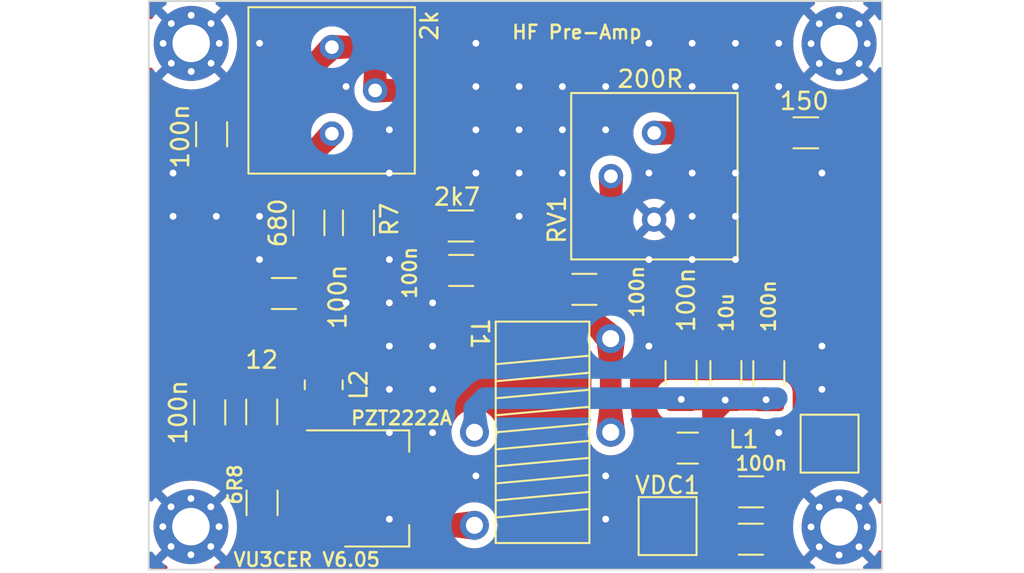
<source format=kicad_pcb>
(kicad_pcb (version 20221018) (generator pcbnew)
  (layers (0 "F.Cu" signal) (31 "B.Cu" signal) (34 "B.Paste" user) (35 "F.Paste" user) (36 "B.SilkS" user "B.Silkscreen") (37 "F.SilkS" user "F.Silkscreen") (38 "B.Mask" user) (39 "F.Mask" user) (44 "Edge.Cuts" user))
  (net 0 "")
  (net 1 "GND")
  (net 2 "Net-(IN1-In)")
  (net 3 "Net-(OUT1-In)")
  (net 4 "+12V")
  (net 5 "Net-(Q1-C)")
  (net 6 "Net-(Q1-B)")
  (net 7 "Net-(Q1-E)")
  (net 8 "Net-(C18-Pad1)")
  (net 9 "Net-(T1-AB)")
  (net 10 "Net-(C19-Pad2)")
  (net 11 "Net-(C25-Pad1)")
  (net 12 "Net-(C35-Pad1)")
  (net 13 "Net-(T1-SA)")
  (net 14 "Net-(C1-Pad2)")
  (footprint "Capacitor_SMD:C_1206_3216Metric_Pad1.33x1.80mm_HandSolder" (layer "F.Cu") (at 103.682064 101.775)
    (fp_text reference "C18" hide)
    (fp_text value "100n" (at -3.0175 0.14 90) (layer "F.SilkS") (effects (font (size 0.8 0.8))))
    (fp_line (start -0.711252 -0.91) (end 0.711252 -0.91) (stroke (width 0.12)) (layer "F.SilkS"))
    (fp_line (start -0.711252 0.91) (end 0.711252 0.91) (stroke (width 0.12)) (layer "F.SilkS"))
    (pad "1" smd roundrect (at -1.5625 0) (size 1.325 1.8) (layers "F.Cu" "F.Paste" "F.Mask") (roundrect_rratio 0.1886792453) (net 8 "Net-(C18-Pad1)"))
    (pad "2" smd roundrect (at 1.5625 0) (size 1.325 1.8) (layers "F.Cu" "F.Paste" "F.Mask") (roundrect_rratio 0.1886792453) (net 9 "Net-(T1-AB)"))
  )
  (footprint "Capacitor_SMD:C_1206_3216Metric_Pad1.33x1.80mm_HandSolder" (layer "F.Cu") (at 120.714564 114.775 180)
    (fp_text reference "C23" hide)
    (fp_text value "100n" (at -0.6 1.67) (layer "F.SilkS") (effects (font (size 0.8 0.8))))
    (fp_line (start -0.711252 -0.91) (end 0.711252 -0.91) (stroke (width 0.12)) (layer "F.SilkS"))
    (fp_line (start -0.711252 0.91) (end 0.711252 0.91) (stroke (width 0.12)) (layer "F.SilkS"))
    (pad "1" smd roundrect (at -1.5625 0 180) (size 1.325 1.8) (layers "F.Cu" "F.Paste" "F.Mask") (roundrect_rratio 0.1886792453) (net 1 "GND"))
    (pad "2" smd roundrect (at 1.5625 0 180) (size 1.325 1.8) (layers "F.Cu" "F.Paste" "F.Mask") (roundrect_rratio 0.1886792453) (net 4 "+12V"))
  )
  (footprint "Resistor_SMD:R_1206_3216Metric_Pad1.30x1.75mm_HandSolder" (layer "F.Cu") (at 103.672064 99.165 180)
    (fp_text reference "R5" hide)
    (fp_text value "2k7" (at 0.23 1.71 180) (layer "F.SilkS"))
    (fp_line (start -0.727064 -0.91) (end 0.727064 -0.91) (stroke (width 0.12)) (layer "F.SilkS"))
    (fp_line (start -0.727064 0.91) (end 0.727064 0.91) (stroke (width 0.12)) (layer "F.SilkS"))
    (pad "1" smd roundrect (at -1.55 0 180) (size 1.3 1.75) (layers "F.Cu" "F.Paste" "F.Mask") (roundrect_rratio 0.1923076923) (net 9 "Net-(T1-AB)"))
    (pad "2" smd roundrect (at 1.55 0 180) (size 1.3 1.75) (layers "F.Cu" "F.Paste" "F.Mask") (roundrect_rratio 0.1923076923) (net 8 "Net-(C18-Pad1)"))
  )
  (footprint "Inductor_SMD:L_1008_2520Metric_Pad1.43x2.20mm_HandSolder" (layer "F.Cu") (at 95.614564 108.4925 -90)
    (fp_text reference "L2" (at 0 -2.05 90) (layer "F.SilkS"))
    (fp_text value "47nH" hide)
    (fp_line (start -0.261252 -1.11) (end 0.261252 -1.11) (stroke (width 0.12)) (layer "F.SilkS"))
    (fp_line (start -0.261252 1.11) (end 0.261252 1.11) (stroke (width 0.12)) (layer "F.SilkS"))
    (pad "1" smd roundrect (at -1.1625 0 270) (size 1.425 2.2) (layers "F.Cu" "F.Paste" "F.Mask") (roundrect_rratio 0.1754392982) (net 14 "Net-(C1-Pad2)"))
    (pad "2" smd roundrect (at 1.1625 0 270) (size 1.425 2.2) (layers "F.Cu" "F.Paste" "F.Mask") (roundrect_rratio 0.1754392982) (net 6 "Net-(Q1-B)"))
  )
  (footprint "footprints:FT50-43 Transformer" (layer "F.Cu") (at 108.464564 119.28 180)
    (fp_text reference "T1" (at 3.69 13.74 270 unlocked) (layer "F.SilkS"))
    (fp_text value "XFMR" hide)
    (fp_line (start -2.75 1.5) (end 2.75 1.5) (stroke (width 0.12)) (layer "F.SilkS"))
    (fp_line (start -2.75 3.5) (end 2.75 3) (stroke (width 0.12)) (layer "F.SilkS"))
    (fp_line (start -2.75 4.5) (end 2.75 4) (stroke (width 0.12)) (layer "F.SilkS"))
    (fp_line (start -2.75 5.5) (end 2.75 5) (stroke (width 0.12)) (layer "F.SilkS"))
    (fp_line (start -2.75 6.5) (end 2.75 6) (stroke (width 0.12)) (layer "F.SilkS"))
    (fp_line (start -2.75 7.5) (end 2.75 7) (stroke (width 0.12)) (layer "F.SilkS"))
    (fp_line (start -2.75 8.5) (end 2.75 8) (stroke (width 0.12)) (layer "F.SilkS"))
    (fp_line (start -2.75 9.5) (end 2.75 9) (stroke (width 0.12)) (layer "F.SilkS"))
    (fp_line (start -2.75 10.5) (end 2.75 10) (stroke (width 0.12)) (layer "F.SilkS"))
    (fp_line (start -2.75 11.5) (end 2.75 11) (stroke (width 0.12)) (layer "F.SilkS"))
    (fp_line (start -2.75 12.5) (end 2.75 12) (stroke (width 0.12)) (layer "F.SilkS"))
    (fp_line (start -2.75 14.5) (end -2.75 1.5) (stroke (width 0.12)) (layer "F.SilkS"))
    (fp_line (start 2.75 1.5) (end 2.75 14.5) (stroke (width 0.12)) (layer "F.SilkS"))
    (fp_line (start 2.75 14.5) (end -2.75 14.5) (stroke (width 0.12)) (layer "F.SilkS"))
    (pad "1" thru_hole circle (at 4 2.54 180) (size 1.7 1.7) (drill 1) (layers "*.Cu" "*.Mask") (net 5 "Net-(Q1-C)"))
    (pad "2" thru_hole circle (at -4 13.5 180) (size 1.7 1.7) (drill 1) (layers "*.Cu" "*.Mask") (net 9 "Net-(T1-AB)"))
    (pad "3" thru_hole circle (at 4 8 180) (size 1.7 1.7) (drill 1) (layers "*.Cu" "*.Mask") (net 13 "Net-(T1-SA)"))
    (pad "4" thru_hole circle (at -4 8 180) (size 1.7 1.7) (drill 1) (layers "*.Cu" "*.Mask") (net 9 "Net-(T1-AB)"))
  )
  (footprint "Capacitor_SMD:C_1206_3216Metric_Pad1.33x1.80mm_HandSolder" (layer "F.Cu") (at 121.747064 107.8125 -90)
    (fp_text reference "C21" hide)
    (fp_text value "100n" (at -3.9425 0.01 90) (layer "F.SilkS") (effects (font (size 0.8 0.8))))
    (fp_line (start -0.711252 -0.91) (end 0.711252 -0.91) (stroke (width 0.12)) (layer "F.SilkS"))
    (fp_line (start -0.711252 0.91) (end 0.711252 0.91) (stroke (width 0.12)) (layer "F.SilkS"))
    (pad "1" smd roundrect (at -1.5625 0 270) (size 1.325 1.8) (layers "F.Cu" "F.Paste" "F.Mask") (roundrect_rratio 0.1886792453) (net 1 "GND"))
    (pad "2" smd roundrect (at 1.5625 0 270) (size 1.325 1.8) (layers "F.Cu" "F.Paste" "F.Mask") (roundrect_rratio 0.1886792453) (net 13 "Net-(T1-SA)"))
  )
  (footprint "Capacitor_SMD:C_1206_3216Metric_Pad1.33x1.80mm_HandSolder" (layer "F.Cu") (at 93.28 103.13)
    (fp_text reference "C1" hide)
    (fp_text value "100n" (at 3.154564 0.195 90) (layer "F.SilkS"))
    (fp_line (start -0.711252 -0.91) (end 0.711252 -0.91) (stroke (width 0.12)) (layer "F.SilkS"))
    (fp_line (start -0.711252 0.91) (end 0.711252 0.91) (stroke (width 0.12)) (layer "F.SilkS"))
    (pad "1" smd roundrect (at -1.5625 0) (size 1.325 1.8) (layers "F.Cu" "F.Paste" "F.Mask") (roundrect_rratio 0.1886792453) (net 2 "Net-(IN1-In)"))
    (pad "2" smd roundrect (at 1.5625 0) (size 1.325 1.8) (layers "F.Cu" "F.Paste" "F.Mask") (roundrect_rratio 0.1886792453) (net 14 "Net-(C1-Pad2)"))
  )
  (footprint "Resistor_SMD:R_1206_3216Metric_Pad1.30x1.75mm_HandSolder" (layer "F.Cu") (at 91.994564 115.425 -90)
    (fp_text reference "R8" hide)
    (fp_text value "6R8" (at -1.08 1.59 90) (layer "F.SilkS") (effects (font (size 0.8 0.8))))
    (fp_line (start -0.727064 -0.91) (end 0.727064 -0.91) (stroke (width 0.12)) (layer "F.SilkS"))
    (fp_line (start -0.727064 0.91) (end 0.727064 0.91) (stroke (width 0.12)) (layer "F.SilkS"))
    (pad "1" smd roundrect (at -1.55 0 270) (size 1.3 1.75) (layers "F.Cu" "F.Paste" "F.Mask") (roundrect_rratio 0.1923076923) (net 10 "Net-(C19-Pad2)"))
    (pad "2" smd roundrect (at 1.55 0 270) (size 1.3 1.75) (layers "F.Cu" "F.Paste" "F.Mask") (roundrect_rratio 0.1923076923) (net 7 "Net-(Q1-E)"))
  )
  (footprint "Inductor_SMD:L_1206_3216Metric_Pad1.42x1.75mm_HandSolder" (layer "F.Cu") (at 116.984564 112.205 180)
    (fp_text reference "L1" (at -3.29 0.51) (layer "F.SilkS"))
    (fp_text value "600 @ 100 MHz" hide)
    (fp_line (start -0.602064 -0.91) (end 0.602064 -0.91) (stroke (width 0.12)) (layer "F.SilkS"))
    (fp_line (start -0.602064 0.91) (end 0.602064 0.91) (stroke (width 0.12)) (layer "F.SilkS"))
    (pad "1" smd roundrect (at -1.4875 0 180) (size 1.425 1.75) (layers "F.Cu" "F.Paste" "F.Mask") (roundrect_rratio 0.1754392982) (net 13 "Net-(T1-SA)"))
    (pad "2" smd roundrect (at 1.4875 0 180) (size 1.425 1.75) (layers "F.Cu" "F.Paste" "F.Mask") (roundrect_rratio 0.1754392982) (net 4 "+12V"))
  )
  (footprint "footprints:SMA_EDGELAUNCH_Modded" (layer "F.Cu") (at 85.918 103.09)
    (fp_text reference "IN1" hide)
    (fp_text value "SMA")
    (pad "1" smd rect (at 2.032 0 90) (size 1.27 4.064) (layers "F.Cu" "F.Mask") (net 2 "Net-(IN1-In)"))
    (pad "2" smd rect (at 2.032 -2.54 90) (size 1.524 4.064) (layers "F.Cu" "F.Mask") (net 1 "GND"))
    (pad "2" smd rect (at 2.032 2.54 90) (size 1.524 4.064) (layers "F.Cu" "F.Mask") (net 1 "GND"))
  )
  (footprint "Capacitor_SMD:C_1206_3216Metric_Pad1.33x1.80mm_HandSolder" (layer "F.Cu") (at 120.694564 117.555 180)
    (fp_text reference "C24" hide)
    (fp_text value "10u" hide)
    (fp_line (start -0.711252 -0.91) (end 0.711252 -0.91) (stroke (width 0.12)) (layer "F.SilkS"))
    (fp_line (start -0.711252 0.91) (end 0.711252 0.91) (stroke (width 0.12)) (layer "F.SilkS"))
    (pad "1" smd roundrect (at -1.5625 0 180) (size 1.325 1.8) (layers "F.Cu" "F.Paste" "F.Mask") (roundrect_rratio 0.1886792453) (net 1 "GND"))
    (pad "2" smd roundrect (at 1.5625 0 180) (size 1.325 1.8) (layers "F.Cu" "F.Paste" "F.Mask") (roundrect_rratio 0.1886792453) (net 4 "+12V"))
  )
  (footprint "Capacitor_SMD:C_1206_3216Metric_Pad1.33x1.80mm_HandSolder" (layer "F.Cu") (at 119.227064 107.805 -90)
    (fp_text reference "C20" hide)
    (fp_text value "10u" (at -3.5625 -0.03 -270) (layer "F.SilkS") (effects (font (size 0.8 0.8))))
    (fp_line (start -0.711252 -0.91) (end 0.711252 -0.91) (stroke (width 0.12)) (layer "F.SilkS"))
    (fp_line (start -0.711252 0.91) (end 0.711252 0.91) (stroke (width 0.12)) (layer "F.SilkS"))
    (pad "1" smd roundrect (at -1.5625 0 270) (size 1.325 1.8) (layers "F.Cu" "F.Paste" "F.Mask") (roundrect_rratio 0.1886792453) (net 1 "GND"))
    (pad "2" smd roundrect (at 1.5625 0 270) (size 1.325 1.8) (layers "F.Cu" "F.Paste" "F.Mask") (roundrect_rratio 0.1886792453) (net 13 "Net-(T1-SA)"))
  )
  (footprint "Resistor_SMD:R_1206_3216Metric_Pad1.30x1.75mm_HandSolder" (layer "F.Cu") (at 97.654564 98.985 90)
    (fp_text reference "R7" (at 0.21 1.82 90) (layer "F.SilkS"))
    (fp_text value "1k" hide)
    (fp_line (start -0.727064 -0.91) (end 0.727064 -0.91) (stroke (width 0.12)) (layer "F.SilkS"))
    (fp_line (start -0.727064 0.91) (end 0.727064 0.91) (stroke (width 0.12)) (layer "F.SilkS"))
    (pad "1" smd roundrect (at -1.55 0 90) (size 1.3 1.75) (layers "F.Cu" "F.Paste" "F.Mask") (roundrect_rratio 0.1923076923) (net 14 "Net-(C1-Pad2)"))
    (pad "2" smd roundrect (at 1.55 0 90) (size 1.3 1.75) (layers "F.Cu" "F.Paste" "F.Mask") (roundrect_rratio 0.1923076923) (net 1 "GND"))
  )
  (footprint "Capacitor_SMD:C_1206_3216Metric_Pad1.33x1.80mm_HandSolder" (layer "F.Cu") (at 116.597064 107.805 -90)
    (fp_text reference "C22" hide)
    (fp_text value "100n" (at -4.3075 -0.3 -270) (layer "F.SilkS"))
    (fp_line (start -0.711252 -0.91) (end 0.711252 -0.91) (stroke (width 0.12)) (layer "F.SilkS"))
    (fp_line (start -0.711252 0.91) (end 0.711252 0.91) (stroke (width 0.12)) (layer "F.SilkS"))
    (pad "1" smd roundrect (at -1.5625 0 270) (size 1.325 1.8) (layers "F.Cu" "F.Paste" "F.Mask") (roundrect_rratio 0.1886792453) (net 1 "GND"))
    (pad "2" smd roundrect (at 1.5625 0 270) (size 1.325 1.8) (layers "F.Cu" "F.Paste" "F.Mask") (roundrect_rratio 0.1886792453) (net 13 "Net-(T1-SA)"))
  )
  (footprint "MountingHole:MountingHole_2.2mm_M2_Pad_Via" (layer "F.Cu") (at 87.834564 88.445)
    (fp_text reference "H1" hide)
    (fp_text value "MountingHole_Pad" hide)
    (pad "1" thru_hole circle (at -1.65 0) (size 0.7 0.7) (drill 0.4) (layers "*.Cu" "*.Mask") (net 1 "GND"))
    (pad "1" thru_hole circle (at -1.166726 -1.166726) (size 0.7 0.7) (drill 0.4) (layers "*.Cu" "*.Mask") (net 1 "GND"))
    (pad "1" thru_hole circle (at -1.166726 1.166726) (size 0.7 0.7) (drill 0.4) (layers "*.Cu" "*.Mask") (net 1 "GND"))
    (pad "1" thru_hole circle (at 0 -1.65) (size 0.7 0.7) (drill 0.4) (layers "*.Cu" "*.Mask") (net 1 "GND"))
    (pad "1" thru_hole circle (at 0 0) (size 4.4 4.4) (drill 2.2) (layers "*.Cu" "*.Mask") (net 1 "GND"))
    (pad "1" thru_hole circle (at 0 1.65) (size 0.7 0.7) (drill 0.4) (layers "*.Cu" "*.Mask") (net 1 "GND"))
    (pad "1" thru_hole circle (at 1.166726 -1.166726) (size 0.7 0.7) (drill 0.4) (layers "*.Cu" "*.Mask") (net 1 "GND"))
    (pad "1" thru_hole circle (at 1.166726 1.166726) (size 0.7 0.7) (drill 0.4) (layers "*.Cu" "*.Mask") (net 1 "GND"))
    (pad "1" thru_hole circle (at 1.65 0) (size 0.7 0.7) (drill 0.4) (layers "*.Cu" "*.Mask") (net 1 "GND"))
  )
  (footprint "Potentiometer_THT:Potentiometer_Bourns_3386P_Vertical" (layer "F.Cu") (at 96.094564 93.745)
    (fp_text reference "RV2" hide)
    (fp_text value "2k" (at 5.73 -6.35 90) (layer "F.SilkS"))
    (fp_line (start -4.9 -7.425) (end -4.9 2.345) (stroke (width 0.12)) (layer "F.SilkS"))
    (fp_line (start -4.9 -7.425) (end 4.87 -7.425) (stroke (width 0.12)) (layer "F.SilkS"))
    (fp_line (start -4.9 2.345) (end 4.87 2.345) (stroke (width 0.12)) (layer "F.SilkS"))
    (fp_line (start 4.87 -7.425) (end 4.87 2.345) (stroke (width 0.12)) (layer "F.SilkS"))
    (pad "1" thru_hole circle (at 0 0) (size 1.44 1.44) (drill 0.8) (layers "*.Cu" "*.Mask") (net 12 "Net-(C35-Pad1)"))
    (pad "2" thru_hole circle (at 2.54 -2.54) (size 1.44 1.44) (drill 0.8) (layers "*.Cu" "*.Mask") (net 8 "Net-(C18-Pad1)"))
    (pad "3" thru_hole circle (at 0 -5.08) (size 1.44 1.44) (drill 0.8) (layers "*.Cu" "*.Mask") (net 8 "Net-(C18-Pad1)"))
  )
  (footprint "Resistor_SMD:R_1206_3216Metric_Pad1.30x1.75mm_HandSolder" (layer "F.Cu") (at 91.974564 110.085 -90)
    (fp_text reference "R9" hide)
    (fp_text value "12" (at -3.06 0 -180) (layer "F.SilkS"))
    (fp_line (start -0.727064 -0.91) (end 0.727064 -0.91) (stroke (width 0.12)) (layer "F.SilkS"))
    (fp_line (start -0.727064 0.91) (end 0.727064 0.91) (stroke (width 0.12)) (layer "F.SilkS"))
    (pad "1" smd roundrect (at -1.55 0 270) (size 1.3 1.75) (layers "F.Cu" "F.Paste" "F.Mask") (roundrect_rratio 0.1923076923) (net 1 "GND"))
    (pad "2" smd roundrect (at 1.55 0 270) (size 1.3 1.75) (layers "F.Cu" "F.Paste" "F.Mask") (roundrect_rratio 0.1923076923) (net 10 "Net-(C19-Pad2)"))
  )
  (footprint "Capacitor_SMD:C_1206_3216Metric_Pad1.33x1.80mm_HandSolder" (layer "F.Cu") (at 88.924564 110.105 -90)
    (fp_text reference "C19" hide)
    (fp_text value "100n" (at 0 1.85 90) (layer "F.SilkS"))
    (fp_line (start -0.711252 -0.91) (end 0.711252 -0.91) (stroke (width 0.12)) (layer "F.SilkS"))
    (fp_line (start -0.711252 0.91) (end 0.711252 0.91) (stroke (width 0.12)) (layer "F.SilkS"))
    (pad "1" smd roundrect (at -1.5625 0 270) (size 1.325 1.8) (layers "F.Cu" "F.Paste" "F.Mask") (roundrect_rratio 0.1886792453) (net 1 "GND"))
    (pad "2" smd roundrect (at 1.5625 0 270) (size 1.325 1.8) (layers "F.Cu" "F.Paste" "F.Mask") (roundrect_rratio 0.1886792453) (net 10 "Net-(C19-Pad2)"))
  )
  (footprint "Package_TO_SOT_SMD:SOT-223-3_TabPin2" (layer "F.Cu") (at 98.724564 114.575)
    (fp_text reference "Q1" hide)
    (fp_text value "PZT2222A" (at 1.46 -4.13) (layer "F.SilkS") (effects (font (size 0.8 0.8))))
    (fp_line (start -4.1 -3.41) (end 1.91 -3.41) (stroke (width 0.12)) (layer "F.SilkS"))
    (fp_line (start -1.85 3.41) (end 1.91 3.41) (stroke (width 0.12)) (layer "F.SilkS"))
    (fp_line (start 1.91 -3.41) (end 1.91 -2.15) (stroke (width 0.12)) (layer "F.SilkS"))
    (fp_line (start 1.91 3.41) (end 1.91 2.15) (stroke (width 0.12)) (layer "F.SilkS"))
    (pad "1" smd rect (at -3.15 -2.3) (size 2 1.5) (layers "F.Cu" "F.Paste" "F.Mask") (net 6 "Net-(Q1-B)"))
    (pad "2" smd rect (at -3.15 0) (size 2 1.5) (layers "F.Cu" "F.Paste" "F.Mask") (net 5 "Net-(Q1-C)"))
    (pad "2" smd rect (at 3.15 0) (size 2 3.8) (layers "F.Cu" "F.Paste" "F.Mask") (net 5 "Net-(Q1-C)"))
    (pad "3" smd rect (at -3.15 2.3) (size 2 1.5) (layers "F.Cu" "F.Paste" "F.Mask") (net 7 "Net-(Q1-E)"))
  )
  (footprint "Resistor_SMD:R_1206_3216Metric_Pad1.30x1.75mm_HandSolder" (layer "F.Cu") (at 123.924564 93.695 180)
    (fp_text reference "R1" hide)
    (fp_text value "150" (at 0.09 1.86) (layer "F.SilkS"))
    (fp_line (start -0.727064 -0.91) (end 0.727064 -0.91) (stroke (width 0.12)) (layer "F.SilkS"))
    (fp_line (start -0.727064 0.91) (end 0.727064 0.91) (stroke (width 0.12)) (layer "F.SilkS"))
    (pad "1" smd roundrect (at -1.55 0 180) (size 1.3 1.75) (layers "F.Cu" "F.Paste" "F.Mask") (roundrect_rratio 0.1923076923) (net 1 "GND"))
    (pad "2" smd roundrect (at 1.55 0 180) (size 1.3 1.75) (layers "F.Cu" "F.Paste" "F.Mask") (roundrect_rratio 0.1923076923) (net 3 "Net-(OUT1-In)"))
  )
  (footprint "Capacitor_SMD:C_1206_3216Metric_Pad1.33x1.80mm_HandSolder" (layer "F.Cu") (at 89.034564 93.7775 90)
    (fp_text reference "C35" hide)
    (fp_text value "100n" (at -0.1275 -1.84 90) (layer "F.SilkS"))
    (fp_line (start -0.711252 -0.91) (end 0.711252 -0.91) (stroke (width 0.12)) (layer "F.SilkS"))
    (fp_line (start -0.711252 0.91) (end 0.711252 0.91) (stroke (width 0.12)) (layer "F.SilkS"))
    (pad "1" smd roundrect (at -1.5625 0 90) (size 1.325 1.8) (layers "F.Cu" "F.Paste" "F.Mask") (roundrect_rratio 0.1886792453) (net 12 "Net-(C35-Pad1)"))
    (pad "2" smd roundrect (at 1.5625 0 90) (size 1.325 1.8) (layers "F.Cu" "F.Paste" "F.Mask") (roundrect_rratio 0.1886792453) (net 8 "Net-(C18-Pad1)"))
  )
  (footprint "Capacitor_SMD:C_1206_3216Metric_Pad1.33x1.80mm_HandSolder" (layer "F.Cu") (at 110.922064 102.885 180)
    (fp_text reference "C25" hide)
    (fp_text value "100n" (at -3.0825 -0.14 90) (layer "F.SilkS") (effects (font (size 0.8 0.8))))
    (fp_line (start -0.711252 -0.91) (end 0.711252 -0.91) (stroke (width 0.12)) (layer "F.SilkS"))
    (fp_line (start -0.711252 0.91) (end 0.711252 0.91) (stroke (width 0.12)) (layer "F.SilkS"))
    (pad "1" smd roundrect (at -1.5625 0 180) (size 1.325 1.8) (layers "F.Cu" "F.Paste" "F.Mask") (roundrect_rratio 0.1886792453) (net 11 "Net-(C25-Pad1)"))
    (pad "2" smd roundrect (at 1.5625 0 180) (size 1.325 1.8) (layers "F.Cu" "F.Paste" "F.Mask") (roundrect_rratio 0.1886792453) (net 9 "Net-(T1-AB)"))
  )
  (footprint "MountingHole:MountingHole_2.2mm_M2_Pad_Via" (layer "F.Cu") (at 125.877838 88.458274)
    (fp_text reference "H2" hide)
    (fp_text value "MountingHole_Pad" hide)
    (pad "1" thru_hole circle (at -1.65 0) (size 0.7 0.7) (drill 0.4) (layers "*.Cu" "*.Mask") (net 1 "GND"))
    (pad "1" thru_hole circle (at -1.166726 -1.166726) (size 0.7 0.7) (drill 0.4) (layers "*.Cu" "*.Mask") (net 1 "GND"))
    (pad "1" thru_hole circle (at -1.166726 1.166726) (size 0.7 0.7) (drill 0.4) (layers "*.Cu" "*.Mask") (net 1 "GND"))
    (pad "1" thru_hole circle (at 0 -1.65) (size 0.7 0.7) (drill 0.4) (layers "*.Cu" "*.Mask") (net 1 "GND"))
    (pad "1" thru_hole circle (at 0 0) (size 4.4 4.4) (drill 2.2) (layers "*.Cu" "*.Mask") (net 1 "GND"))
    (pad "1" thru_hole circle (at 0 1.65) (size 0.7 0.7) (drill 0.4) (layers "*.Cu" "*.Mask") (net 1 "GND"))
    (pad "1" thru_hole circle (at 1.166726 -1.166726) (size 0.7 0.7) (drill 0.4) (layers "*.Cu" "*.Mask") (net 1 "GND"))
    (pad "1" thru_hole circle (at 1.166726 1.166726) (size 0.7 0.7) (drill 0.4) (layers "*.Cu" "*.Mask") (net 1 "GND"))
    (pad "1" thru_hole circle (at 1.65 0) (size 0.7 0.7) (drill 0.4) (layers "*.Cu" "*.Mask") (net 1 "GND"))
  )
  (footprint "TestPoint:TestPoint_Pad_3.0x3.0mm" (layer "F.Cu") (at 115.804564 116.785)
    (fp_text reference "VDC1" (at 0 -2.398) (layer "F.SilkS"))
    (fp_text value "Conn_01x01" hide)
    (fp_line (start -1.7 -1.7) (end 1.7 -1.7) (stroke (width 0.12)) (layer "F.SilkS"))
    (fp_line (start -1.7 1.7) (end -1.7 -1.7) (stroke (width 0.12)) (layer "F.SilkS"))
    (fp_line (start 1.7 -1.7) (end 1.7 1.7) (stroke (width 0.12)) (layer "F.SilkS"))
    (fp_line (start 1.7 1.7) (end -1.7 1.7) (stroke (width 0.12)) (layer "F.SilkS"))
    (pad "1" smd rect (at 0 0) (size 3 3) (layers "F.Cu" "F.Mask") (net 4 "+12V"))
  )
  (footprint "Potentiometer_THT:Potentiometer_Bourns_3386P_Vertical" (layer "F.Cu") (at 115.014564 93.704 180)
    (fp_text reference "RV1" (at 5.7 -5.091 90) (layer "F.SilkS"))
    (fp_text value "200R" hide)
    (fp_line (start -4.9 -7.425) (end -4.9 2.345) (stroke (width 0.12)) (layer "F.SilkS"))
    (fp_line (start -4.9 -7.425) (end 4.87 -7.425) (stroke (width 0.12)) (layer "F.SilkS"))
    (fp_line (start -4.9 2.345) (end 4.87 2.345) (stroke (width 0.12)) (layer "F.SilkS"))
    (fp_line (start 4.87 -7.425) (end 4.87 2.345) (stroke (width 0.12)) (layer "F.SilkS"))
    (pad "1" thru_hole circle (at 0 0 180) (size 1.44 1.44) (drill 0.8) (layers "*.Cu" "*.Mask") (net 3 "Net-(OUT1-In)"))
    (pad "2" thru_hole circle (at 2.54 -2.54 180) (size 1.44 1.44) (drill 0.8) (layers "*.Cu" "*.Mask") (net 11 "Net-(C25-Pad1)"))
    (pad "3" thru_hole circle (at 0 -5.08 180) (size 1.44 1.44) (drill 0.8) (layers "*.Cu" "*.Mask") (net 1 "GND"))
  )
  (footprint "MountingHole:MountingHole_2.2mm_M2_Pad_Via" (layer "F.Cu") (at 87.817838 116.818274)
    (fp_text reference "H3" hide)
    (fp_text value "MountingHole_Pad" hide)
    (pad "1" thru_hole circle (at -1.65 0) (size 0.7 0.7) (drill 0.4) (layers "*.Cu" "*.Mask") (net 1 "GND"))
    (pad "1" thru_hole circle (at -1.166726 -1.166726) (size 0.7 0.7) (drill 0.4) (layers "*.Cu" "*.Mask") (net 1 "GND"))
    (pad "1" thru_hole circle (at -1.166726 1.166726) (size 0.7 0.7) (drill 0.4) (layers "*.Cu" "*.Mask") (net 1 "GND"))
    (pad "1" thru_hole circle (at 0 -1.65) (size 0.7 0.7) (drill 0.4) (layers "*.Cu" "*.Mask") (net 1 "GND"))
    (pad "1" thru_hole circle (at 0 0) (size 4.4 4.4) (drill 2.2) (layers "*.Cu" "*.Mask") (net 1 "GND"))
    (pad "1" thru_hole circle (at 0 1.65) (size 0.7 0.7) (drill 0.4) (layers "*.Cu" "*.Mask") (net 1 "GND"))
    (pad "1" thru_hole circle (at 1.166726 -1.166726) (size 0.7 0.7) (drill 0.4) (layers "*.Cu" "*.Mask") (net 1 "GND"))
    (pad "1" thru_hole circle (at 1.166726 1.166726) (size 0.7 0.7) (drill 0.4) (layers "*.Cu" "*.Mask") (net 1 "GND"))
    (pad "1" thru_hole circle (at 1.65 0) (size 0.7 0.7) (drill 0.4) (layers "*.Cu" "*.Mask") (net 1 "GND"))
  )
  (footprint "TestPoint:TestPoint_Pad_3.0x3.0mm" (layer "F.Cu") (at 125.314564 111.945)
    (fp_text reference "GND1" hide)
    (fp_text value "Conn_01x01" hide)
    (fp_line (start -1.7 -1.7) (end 1.7 -1.7) (stroke (width 0.12)) (layer "F.SilkS"))
    (fp_line (start -1.7 1.7) (end -1.7 -1.7) (stroke (width 0.12)) (layer "F.SilkS"))
    (fp_line (start 1.7 -1.7) (end 1.7 1.7) (stroke (width 0.12)) (layer "F.SilkS"))
    (fp_line (start 1.7 1.7) (end -1.7 1.7) (stroke (width 0.12)) (layer "F.SilkS"))
    (pad "1" smd rect (at 0 0) (size 3 3) (layers "F.Cu" "F.Mask") (net 1 "GND"))
  )
  (footprint "Resistor_SMD:R_1206_3216Metric_Pad1.30x1.75mm_HandSolder" (layer "F.Cu") (at 94.744564 98.985 -90)
    (fp_text reference "R6" hide)
    (fp_text value "680" (at 0 1.82 90) (layer "F.SilkS"))
    (fp_line (start -0.727064 -0.91) (end 0.727064 -0.91) (stroke (width 0.12)) (layer "F.SilkS"))
    (fp_line (start -0.727064 0.91) (end 0.727064 0.91) (stroke (width 0.12)) (layer "F.SilkS"))
    (pad "1" smd roundrect (at -1.55 0 270) (size 1.3 1.75) (layers "F.Cu" "F.Paste" "F.Mask") (roundrect_rratio 0.1923076923) (net 12 "Net-(C35-Pad1)"))
    (pad "2" smd roundrect (at 1.55 0 270) (size 1.3 1.75) (layers "F.Cu" "F.Paste" "F.Mask") (roundrect_rratio 0.1923076923) (net 14 "Net-(C1-Pad2)"))
  )
  (footprint "footprints:SMA_EDGELAUNCH_Modded" (layer "F.Cu") (at 127.444564 101.345 180)
    (fp_text reference "OUT1" hide)
    (fp_text value "SMA" hide)
    (pad "1" smd rect (at 2.032 0 270) (size 1.27 4.064) (layers "F.Cu" "F.Mask") (net 3 "Net-(OUT1-In)"))
    (pad "2" smd rect (at 2.032 -2.54 270) (size 1.524 4.064) (layers "F.Cu" "F.Mask") (net 1 "GND"))
    (pad "2" smd rect (at 2.032 2.54 270) (size 1.524 4.064) (layers "F.Cu" "F.Mask") (net 1 "GND"))
  )
  (footprint "MountingHole:MountingHole_2.2mm_M2_Pad_Via" (layer "F.Cu") (at 125.874564 116.835)
    (fp_text reference "H4" hide)
    (fp_text value "MountingHole_Pad" hide)
    (pad "1" thru_hole circle (at -1.65 0) (size 0.7 0.7) (drill 0.4) (layers "*.Cu" "*.Mask") (net 1 "GND"))
    (pad "1" thru_hole circle (at -1.166726 -1.166726) (size 0.7 0.7) (drill 0.4) (layers "*.Cu" "*.Mask") (net 1 "GND"))
    (pad "1" thru_hole circle (at -1.166726 1.166726) (size 0.7 0.7) (drill 0.4) (layers "*.Cu" "*.Mask") (net 1 "GND"))
    (pad "1" thru_hole circle (at 0 -1.65) (size 0.7 0.7) (drill 0.4) (layers "*.Cu" "*.Mask") (net 1 "GND"))
    (pad "1" thru_hole circle (at 0 0) (size 4.4 4.4) (drill 2.2) (layers "*.Cu" "*.Mask") (net 1 "GND"))
    (pad "1" thru_hole circle (at 0 1.65) (size 0.7 0.7) (drill 0.4) (layers "*.Cu" "*.Mask") (net 1 "GND"))
    (pad "1" thru_hole circle (at 1.166726 -1.166726) (size 0.7 0.7) (drill 0.4) (layers "*.Cu" "*.Mask") (net 1 "GND"))
    (pad "1" thru_hole circle (at 1.166726 1.166726) (size 0.7 0.7) (drill 0.4) (layers "*.Cu" "*.Mask") (net 1 "GND"))
    (pad "1" thru_hole circle (at 1.65 0) (size 0.7 0.7) (drill 0.4) (layers "*.Cu" "*.Mask") (net 1 "GND"))
  )
  (gr_rect (start 85.344 85.963) (end 128.3986 119.338) (stroke (width 0.1)) (fill none) (layer "Edge.Cuts"))
  (gr_text "200R" (at 114.794564 90.535) (layer "F.SilkS") (effects (font (size 1 1))))
  (gr_text "HF Pre-Amp" (at 106.594564 88.255) (layer "F.SilkS") (effects (font (size 0.8 0.8)) (justify left bottom)))
  (gr_text "VU3CER V6.05" (at 90.234564 119.225) (layer "F.SilkS") (effects (font (size 0.8 0.8) (thickness 0.15) bold) (justify left bottom)))
  (via (at 102.0089 103.677) (size 0.8) (drill 0.4) (layers "F.Cu" "B.Cu") (net 1))
  (via (at 117.2489 98.597) (size 0.8) (drill 0.4) (layers "F.Cu" "B.Cu") (net 1))
  (via (at 114.7089 106.217) (size 0.8) (drill 0.4) (layers "F.Cu" "B.Cu") (net 1))
  (via (at 117.2489 88.437) (size 0.8) (drill 0.4) (layers "F.Cu" "B.Cu") (net 1))
  (via (at 102.0089 111.297) (size 0.8) (drill 0.4) (layers "F.Cu" "B.Cu") (net 1))
  (via (at 104.5489 90.977) (size 0.8) (drill 0.4) (layers "F.Cu" "B.Cu") (net 1))
  (via (at 112.1689 116.377) (size 0.8) (drill 0.4) (layers "F.Cu" "B.Cu") (net 1))
  (via (at 124.8689 106.217) (size 0.8) (drill 0.4) (layers "F.Cu" "B.Cu") (net 1))
  (via (at 124.8689 108.757) (size 0.8) (drill 0.4) (layers "F.Cu" "B.Cu") (net 1))
  (via (at 99.4689 108.757) (size 0.8) (drill 0.4) (layers "F.Cu" "B.Cu") (net 1))
  (via (at 119.7889 88.437) (size 0.8) (drill 0.4) (layers "F.Cu" "B.Cu") (net 1))
  (via (at 107.0889 90.977) (size 0.8) (drill 0.4) (layers "F.Cu" "B.Cu") (net 1))
  (via (at 99.4689 96.057) (size 0.8) (drill 0.4) (layers "F.Cu" "B.Cu") (net 1))
  (via (at 109.6289 93.517) (size 0.8) (drill 0.4) (layers "F.Cu" "B.Cu") (net 1))
  (via (at 91.8489 88.437) (size 0.8) (drill 0.4) (layers "F.Cu" "B.Cu") (net 1))
  (via (at 86.7689 98.597) (size 0.8) (drill 0.4) (layers "F.Cu" "B.Cu") (net 1))
  (via (at 86.7689 96.057) (size 0.8) (drill 0.4) (layers "F.Cu" "B.Cu") (net 1))
  (via (at 109.6289 90.977) (size 0.8) (drill 0.4) (layers "F.Cu" "B.Cu") (net 1))
  (via (at 104.5489 88.437) (size 0.8) (drill 0.4) (layers "F.Cu" "B.Cu") (net 1))
  (via (at 107.0889 98.597) (size 0.8) (drill 0.4) (layers "F.Cu" "B.Cu") (net 1))
  (via (at 119.7889 101.137) (size 0.8) (drill 0.4) (layers "F.Cu" "B.Cu") (net 1))
  (via (at 104.5489 93.517) (size 0.8) (drill 0.4) (layers "F.Cu" "B.Cu") (net 1))
  (via (at 117.2489 101.137) (size 0.8) (drill 0.4) (layers "F.Cu" "B.Cu") (net 1))
  (via (at 96.9289 103.677) (size 0.8) (drill 0.4) (layers "F.Cu" "B.Cu") (net 1))
  (via (at 96.9289 90.977) (size 0.8) (drill 0.4) (layers "F.Cu" "B.Cu") (net 1))
  (via (at 114.7089 101.137) (size 0.8) (drill 0.4) (layers "F.Cu" "B.Cu") (net 1))
  (via (at 109.6289 96.057) (size 0.8) (drill 0.4) (layers "F.Cu" "B.Cu") (net 1))
  (via (at 107.0889 96.057) (size 0.8) (drill 0.4) (layers "F.Cu" "B.Cu") (net 1))
  (via (at 99.4689 116.377) (size 0.8) (drill 0.4) (layers "F.Cu" "B.Cu") (net 1))
  (via (at 99.4689 93.517) (size 0.8) (drill 0.4) (layers "F.Cu" "B.Cu") (net 1))
  (via (at 114.7089 88.437) (size 0.8) (drill 0.4) (layers "F.Cu" "B.Cu") (net 1))
  (via (at 91.8489 98.597) (size 0.8) (drill 0.4) (layers "F.Cu" "B.Cu") (net 1))
  (via (at 104.5489 113.837) (size 0.8) (drill 0.4) (layers "F.Cu" "B.Cu") (net 1))
  (via (at 99.4689 101.137) (size 0.8) (drill 0.4) (layers "F.Cu" "B.Cu") (net 1))
  (via (at 112.1689 113.837) (size 0.8) (drill 0.4) (layers "F.Cu" "B.Cu") (net 1))
  (via (at 104.5489 96.057) (size 0.8) (drill 0.4) (layers "F.Cu" "B.Cu") (net 1))
  (via (at 117.2489 90.977) (size 0.8) (drill 0.4) (layers "F.Cu" "B.Cu") (net 1))
  (via (at 122.3289 111.297) (size 0.8) (drill 0.4) (layers "F.Cu" "B.Cu") (net 1))
  (via (at 112.1689 90.977) (size 0.8) (drill 0.4) (layers "F.Cu" "B.Cu") (net 1))
  (via (at 102.0089 108.757) (size 0.8) (drill 0.4) (layers "F.Cu" "B.Cu") (net 1))
  (via (at 107.0889 93.517) (size 0.8) (drill 0.4) (layers "F.Cu" "B.Cu") (net 1))
  (via (at 99.4689 111.297) (size 0.8) (drill 0.4) (layers "F.Cu" "B.Cu") (net 1))
  (via (at 99.4689 106.217) (size 0.8) (drill 0.4) (layers "F.Cu" "B.Cu") (net 1))
  (via (at 119.7889 96.057) (size 0.8) (drill 0.4) (layers "F.Cu" "B.Cu") (net 1))
  (via (at 99.4689 103.677) (size 0.8) (drill 0.4) (layers "F.Cu" "B.Cu") (net 1))
  (via (at 117.2489 96.057) (size 0.8) (drill 0.4) (layers "F.Cu" "B.Cu") (net 1))
  (via (at 124.8689 96.057) (size 0.8) (drill 0.4) (layers "F.Cu" "B.Cu") (net 1))
  (via (at 122.3289 88.437) (size 0.8) (drill 0.4) (layers "F.Cu" "B.Cu") (net 1))
  (via (at 119.7889 98.597) (size 0.8) (drill 0.4) (layers "F.Cu" "B.Cu") (net 1))
  (via (at 112.1689 93.517) (size 0.8) (drill 0.4) (layers "F.Cu" "B.Cu") (net 1))
  (via (at 119.7889 90.977) (size 0.8) (drill 0.4) (layers "F.Cu" "B.Cu") (net 1))
  (via (at 122.3289 90.977) (size 0.8) (drill 0.4) (layers "F.Cu" "B.Cu") (net 1))
  (via (at 102.0089 106.217) (size 0.8) (drill 0.4) (layers "F.Cu" "B.Cu") (net 1))
  (via (at 91.8489 101.137) (size 0.8) (drill 0.4) (layers "F.Cu" "B.Cu") (net 1))
  (via (at 89.3089 98.597) (size 0.8) (drill 0.4) (layers "F.Cu" "B.Cu") (net 1))
  (via (at 114.7089 96.057) (size 0.8) (drill 0.4) (layers "F.Cu" "B.Cu") (net 1))
  (segment (start 91.7175 103.13) (end 87.99 103.13) (width 1.27) (layer "F.Cu") (net 2))
  (segment (start 87.99 103.13) (end 87.95 103.09) (width 1.27) (layer "F.Cu") (net 2))
  (segment (start 115.014564 93.705) (end 122.364564 93.705) (width 1.27) (layer "F.Cu") (net 3))
  (segment (start 122.374564 100.875) (end 122.844564 101.345) (width 1.27) (layer "F.Cu") (net 3))
  (segment (start 122.374564 93.695) (end 122.374564 100.875) (width 1.27) (layer "F.Cu") (net 3))
  (segment (start 122.844564 101.345) (end 125.412564 101.345) (width 1.27) (layer "F.Cu") (net 3))
  (segment (start 119.132064 117.555) (end 116.574564 117.555) (width 1.27) (layer "F.Cu") (net 4))
  (segment (start 115.514564 116.495) (end 115.514564 112.2225) (width 1.27) (layer "F.Cu") (net 4))
  (segment (start 119.152064 114.775) (end 119.152064 117.535) (width 1.27) (layer "F.Cu") (net 4))
  (segment (start 101.89 115.950436) (end 102.679564 116.74) (width 1.27) (layer "F.Cu") (net 5))
  (segment (start 95.574564 114.575) (end 101.874564 114.575) (width 1.27) (layer "F.Cu") (net 5))
  (segment (start 102.679564 116.74) (end 104.464564 116.74) (width 1.27) (layer "F.Cu") (net 5))
  (segment (start 95.574564 112.275) (end 95.574564 109.695) (width 1.27) (layer "F.Cu") (net 6))
  (segment (start 92.114564 116.855) (end 95.074564 116.855) (width 1.27) (layer "F.Cu") (net 7))
  (segment (start 91.994564 116.975) (end 92.114564 116.855) (width 1.27) (layer "F.Cu") (net 7))
  (segment (start 98.634564 88.975) (end 98.634564 91.205) (width 1.27) (layer "F.Cu") (net 8))
  (segment (start 98.634564 91.205) (end 101.864564 91.205) (width 1.27) (layer "F.Cu") (net 8))
  (segment (start 98.324564 88.665) (end 98.634564 88.975) (width 1.27) (layer "F.Cu") (net 8))
  (segment (start 102.119564 91.46) (end 102.119564 101.775) (width 1.27) (layer "F.Cu") (net 8))
  (segment (start 92.544564 92.215) (end 96.094564 88.665) (width 1.27) (layer "F.Cu") (net 8))
  (segment (start 101.864564 91.205) (end 102.119564 91.46) (width 1.27) (layer "F.Cu") (net 8))
  (segment (start 96.094564 88.665) (end 98.324564 88.665) (width 1.27) (layer "F.Cu") (net 8))
  (segment (start 89.034564 92.215) (end 92.544564 92.215) (width 1.27) (layer "F.Cu") (net 8))
  (segment (start 109.379564 102.695) (end 112.464564 105.78) (width 1.27) (layer "F.Cu") (net 9))
  (segment (start 112.464564 111.28) (end 112.464564 105.78) (width 1.27) (layer "F.Cu") (net 9))
  (segment (start 105.244564 99.1875) (end 105.222064 99.165) (width 1.27) (layer "F.Cu") (net 9))
  (segment (start 105.244564 101.775) (end 105.244564 99.1875) (width 1.27) (layer "F.Cu") (net 9))
  (segment (start 109.359564 102.885) (end 106.354564 102.885) (width 1.27) (layer "F.Cu") (net 9))
  (segment (start 106.354564 102.885) (end 105.244564 101.775) (width 1.27) (layer "F.Cu") (net 9))
  (segment (start 91.974564 111.635) (end 91.974564 113.855) (width 1.27) (layer "F.Cu") (net 10))
  (segment (start 91.942064 111.6675) (end 91.974564 111.635) (width 1.27) (layer "F.Cu") (net 10))
  (segment (start 91.974564 113.855) (end 91.994564 113.875) (width 1.27) (layer "F.Cu") (net 10))
  (segment (start 88.924564 111.6675) (end 91.942064 111.6675) (width 1.27) (layer "F.Cu") (net 10))
  (segment (start 112.484564 102.885) (end 112.484564 96.255) (width 1.27) (layer "F.Cu") (net 11))
  (segment (start 94.744564 97.435) (end 94.744564 95.095) (width 1.27) (layer "F.Cu") (net 12))
  (segment (start 94.499564 95.34) (end 94.744564 95.095) (width 1.27) (layer "F.Cu") (net 12))
  (segment (start 94.744564 95.095) (end 96.094564 93.745) (width 1.27) (layer "F.Cu") (net 12))
  (segment (start 89.034564 95.34) (end 94.499564 95.34) (width 1.27) (layer "F.Cu") (net 12))
  (segment (start 119.227064 109.3675) (end 121.584564 109.3675) (width 1.27) (layer "F.Cu") (net 13))
  (segment (start 118.472064 112.205) (end 118.472064 110.1225) (width 1.27) (layer "F.Cu") (net 13))
  (segment (start 118.472064 110.1225) (end 119.227064 109.3675) (width 1.27) (layer "F.Cu") (net 13))
  (segment (start 116.607064 109.345) (end 119.227064 109.3675) (width 1.27) (layer "F.Cu") (net 13))
  (via (at 121.587064 109.365) (size 0.8) (drill 0.4) (layers "F.Cu" "B.Cu") (net 13))
  (via (at 116.607064 109.345) (size 0.8) (drill 0.4) (layers "F.Cu" "B.Cu") (net 13))
  (via (at 119.187064 109.385) (size 0.8) (drill 0.4) (layers "F.Cu" "B.Cu") (net 13))
  (segment (start 115.064564 109.275) (end 121.497064 109.275) (width 1.27) (layer "B.Cu") (net 13))
  (segment (start 115.064564 109.275) (end 122.214564 109.275) (width 1.27) (layer "B.Cu") (net 13))
  (segment (start 105.074564 109.275) (end 115.064564 109.275) (width 1.27) (layer "B.Cu") (net 13))
  (segment (start 121.497064 109.275) (end 121.587064 109.365) (width 1.27) (layer "B.Cu") (net 13))
  (segment (start 104.464564 109.885) (end 105.074564 109.275) (width 1.27) (layer "B.Cu") (net 13))
  (segment (start 104.464564 111.28) (end 104.464564 109.885) (width 1.27) (layer "B.Cu") (net 13))
  (segment (start 94.744564 100.535) (end 97.654564 100.535) (width 1.27) (layer "F.Cu") (net 14))
  (segment (start 94.8425 103.13) (end 94.8425 106.557936) (width 1.27) (layer "F.Cu") (net 14))
  (segment (start 94.72 102.63) (end 94.72 101.615) (width 1.27) (layer "F.Cu") (net 14))
  (segment (start 94.72 101.615) (end 94.72 100.559564) (width 1.27) (layer "F.Cu") (net 14))
  (segment (start 94.8425 106.557936) (end 95.614564 107.33) (width 1.27) (layer "F.Cu") (net 14))
  (zone (net 1) (net_name "GND") (layer "F.Cu") (connect_pads (clearance 0.5)) (min_thickness 0.25) (fill yes (thermal_gap 0.5) (thermal_bridge_width 0.5))
    (polygon (pts (xy 85.314 85.967) (xy 128.316 85.897) (xy 128.446 119.278) (xy 85.444 119.348)))
  )
  (zone (net 1) (net_name "GND") (layer "B.Cu") (priority 1) (connect_pads (clearance 0.5)) (min_thickness 0.25) (fill yes (thermal_gap 0.5) (thermal_bridge_width 0.5))
    (polygon (pts (xy 85.41 85.9) (xy 85.35 119.27) (xy 128.35 119.35) (xy 128.41 85.98)))
  )
)
</source>
